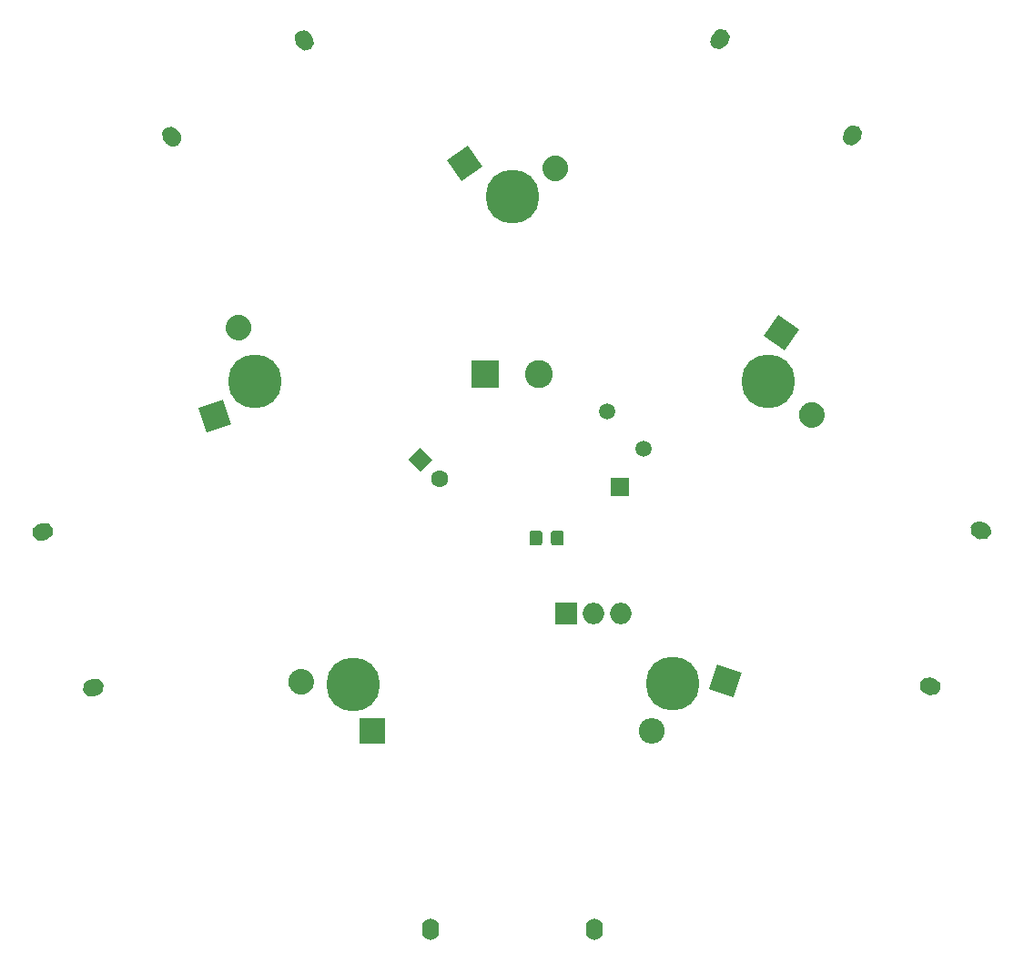
<source format=gbr>
%TF.GenerationSoftware,KiCad,Pcbnew,(5.1.8)-1*%
%TF.CreationDate,2021-10-28T00:16:18+03:00*%
%TF.ProjectId,StarDuino,53746172-4475-4696-9e6f-2e6b69636164,rev?*%
%TF.SameCoordinates,Original*%
%TF.FileFunction,Soldermask,Bot*%
%TF.FilePolarity,Negative*%
%FSLAX46Y46*%
G04 Gerber Fmt 4.6, Leading zero omitted, Abs format (unit mm)*
G04 Created by KiCad (PCBNEW (5.1.8)-1) date 2021-10-28 00:16:18*
%MOMM*%
%LPD*%
G01*
G04 APERTURE LIST*
%ADD10O,2.400000X2.400000*%
%ADD11R,2.400000X2.400000*%
%ADD12C,0.100000*%
%ADD13R,1.700000X1.700000*%
%ADD14C,0.800000*%
%ADD15C,5.000000*%
%ADD16O,2.000000X2.000000*%
%ADD17R,2.000000X2.000000*%
%ADD18C,1.600000*%
%ADD19R,2.600000X2.600000*%
%ADD20C,2.600000*%
%ADD21C,1.500000*%
%ADD22O,1.600000X2.000000*%
G04 APERTURE END LIST*
%TO.C,R5*%
G36*
G01*
X108350000Y-97922501D02*
X108350000Y-97022499D01*
G75*
G02*
X108599999Y-96772500I249999J0D01*
G01*
X109300001Y-96772500D01*
G75*
G02*
X109550000Y-97022499I0J-249999D01*
G01*
X109550000Y-97922501D01*
G75*
G02*
X109300001Y-98172500I-249999J0D01*
G01*
X108599999Y-98172500D01*
G75*
G02*
X108350000Y-97922501I0J249999D01*
G01*
G37*
G36*
G01*
X106350000Y-97922501D02*
X106350000Y-97022499D01*
G75*
G02*
X106599999Y-96772500I249999J0D01*
G01*
X107300001Y-96772500D01*
G75*
G02*
X107550000Y-97022499I0J-249999D01*
G01*
X107550000Y-97922501D01*
G75*
G02*
X107300001Y-98172500I-249999J0D01*
G01*
X106599999Y-98172500D01*
G75*
G02*
X106350000Y-97922501I0J249999D01*
G01*
G37*
%TD*%
D10*
%TO.C,C10*%
X117694000Y-115443000D03*
D11*
X91694000Y-115443000D03*
%TD*%
%TO.C,C9*%
G36*
G01*
X84752622Y-109692201D02*
X84752622Y-109692201D01*
G75*
G02*
X86264710Y-110462649I370820J-1141268D01*
G01*
X86264710Y-110462649D01*
G75*
G02*
X85494262Y-111974737I-1141268J-370820D01*
G01*
X85494262Y-111974737D01*
G75*
G02*
X83982174Y-111204289I-370820J1141268D01*
G01*
X83982174Y-111204289D01*
G75*
G02*
X84752622Y-109692201I1141268J370820D01*
G01*
G37*
D12*
G36*
X75576912Y-85335553D02*
G01*
X77859447Y-84593912D01*
X78601088Y-86876447D01*
X76318553Y-87618088D01*
X75576912Y-85335553D01*
G37*
%TD*%
%TO.C,C8*%
G36*
G01*
X109730378Y-63781925D02*
X109730378Y-63781925D01*
G75*
G02*
X108054216Y-64047403I-970820J705342D01*
G01*
X108054216Y-64047403D01*
G75*
G02*
X107788738Y-62371241I705342J970820D01*
G01*
X107788738Y-62371241D01*
G75*
G02*
X109464900Y-62105763I970820J-705342D01*
G01*
X109464900Y-62105763D01*
G75*
G02*
X109730378Y-63781925I-705342J-970820D01*
G01*
G37*
G36*
X131470163Y-78093522D02*
G01*
X130059478Y-80035163D01*
X128117837Y-78624478D01*
X129528522Y-76682837D01*
X131470163Y-78093522D01*
G37*
%TD*%
%TO.C,C7*%
G36*
G01*
X132250622Y-87157799D02*
X132250622Y-87157799D01*
G75*
G02*
X131480174Y-85645711I370820J1141268D01*
G01*
X131480174Y-85645711D01*
G75*
G02*
X132992262Y-84875263I1141268J-370820D01*
G01*
X132992262Y-84875263D01*
G75*
G02*
X133762710Y-86387351I-370820J-1141268D01*
G01*
X133762710Y-86387351D01*
G75*
G02*
X132250622Y-87157799I-1141268J370820D01*
G01*
G37*
G36*
X125357447Y-112256088D02*
G01*
X123074912Y-111514447D01*
X123816553Y-109231912D01*
X126099088Y-109973553D01*
X125357447Y-112256088D01*
G37*
%TD*%
D13*
%TO.C,J3*%
X114744500Y-92710000D03*
%TD*%
%TO.C,C6*%
G36*
G01*
X80266378Y-77188075D02*
X80266378Y-77188075D01*
G75*
G02*
X80000900Y-78864237I-970820J-705342D01*
G01*
X80000900Y-78864237D01*
G75*
G02*
X78324738Y-78598759I-705342J970820D01*
G01*
X78324738Y-78598759D01*
G75*
G02*
X78590216Y-76922597I970820J705342D01*
G01*
X78590216Y-76922597D01*
G75*
G02*
X80266378Y-77188075I705342J-970820D01*
G01*
G37*
D12*
G36*
X100595478Y-60934837D02*
G01*
X102006163Y-62876478D01*
X100064522Y-64287163D01*
X98653837Y-62345522D01*
X100595478Y-60934837D01*
G37*
%TD*%
D14*
%TO.C,H10*%
X82097825Y-81541675D03*
X80772000Y-80992500D03*
X79446175Y-81541675D03*
X78897000Y-82867500D03*
X79446175Y-84193325D03*
X80772000Y-84742500D03*
X82097825Y-84193325D03*
X82647000Y-82867500D03*
D15*
X80772000Y-82867500D03*
%TD*%
D14*
%TO.C,H9*%
X106075770Y-64396675D03*
X104749945Y-63847500D03*
X103424120Y-64396675D03*
X102874945Y-65722500D03*
X103424120Y-67048325D03*
X104749945Y-67597500D03*
X106075770Y-67048325D03*
X106624945Y-65722500D03*
D15*
X104749945Y-65722500D03*
%TD*%
D14*
%TO.C,H8*%
X91241825Y-109799175D03*
X89916000Y-109250000D03*
X88590175Y-109799175D03*
X88041000Y-111125000D03*
X88590175Y-112450825D03*
X89916000Y-113000000D03*
X91241825Y-112450825D03*
X91791000Y-111125000D03*
D15*
X89916000Y-111125000D03*
%TD*%
D14*
%TO.C,H7*%
X120959825Y-109672175D03*
X119634000Y-109123000D03*
X118308175Y-109672175D03*
X117759000Y-110998000D03*
X118308175Y-112323825D03*
X119634000Y-112873000D03*
X120959825Y-112323825D03*
X121509000Y-110998000D03*
D15*
X119634000Y-110998000D03*
%TD*%
D14*
%TO.C,H6*%
X129849825Y-81605175D03*
X128524000Y-81056000D03*
X127198175Y-81605175D03*
X126649000Y-82931000D03*
X127198175Y-84256825D03*
X128524000Y-84806000D03*
X129849825Y-84256825D03*
X130399000Y-82931000D03*
D15*
X128524000Y-82931000D03*
%TD*%
D16*
%TO.C,J2*%
X114807999Y-104521000D03*
X112268000Y-104521000D03*
D17*
X109728000Y-104521000D03*
%TD*%
D12*
%TO.C,C3*%
G36*
X95071129Y-90170000D02*
G01*
X96202500Y-89038629D01*
X97333871Y-90170000D01*
X96202500Y-91301371D01*
X95071129Y-90170000D01*
G37*
D18*
X97970267Y-91937767D03*
%TD*%
D19*
%TO.C,J1*%
X102235000Y-82232500D03*
D20*
X107235000Y-82232500D03*
%TD*%
D21*
%TO.C,Y1*%
X113538000Y-85725000D03*
X116988681Y-89175681D03*
%TD*%
%TO.C,C11*%
G36*
G01*
X60639156Y-96185857D02*
X61019578Y-96062251D01*
G75*
G02*
X62027637Y-96575882I247214J-760845D01*
G01*
X62027637Y-96575882D01*
G75*
G02*
X61514006Y-97583941I-760845J-247214D01*
G01*
X61133584Y-97707547D01*
G75*
G02*
X60125525Y-97193916I-247214J760845D01*
G01*
X60125525Y-97193916D01*
G75*
G02*
X60639156Y-96185857I760845J247214D01*
G01*
G37*
G36*
G01*
X65348575Y-110679958D02*
X65728997Y-110556352D01*
G75*
G02*
X66737056Y-111069983I247214J-760845D01*
G01*
X66737056Y-111069983D01*
G75*
G02*
X66223425Y-112078042I-760845J-247214D01*
G01*
X65843003Y-112201648D01*
G75*
G02*
X64834944Y-111688017I-247214J760845D01*
G01*
X64834944Y-111688017D01*
G75*
G02*
X65348575Y-110679958I760845J247214D01*
G01*
G37*
%TD*%
%TO.C,C12*%
G36*
G01*
X124833352Y-51362425D02*
X124598238Y-51686031D01*
G75*
G02*
X123480796Y-51863017I-647214J470228D01*
G01*
X123480796Y-51863017D01*
G75*
G02*
X123303810Y-50745575I470228J647214D01*
G01*
X123538924Y-50421969D01*
G75*
G02*
X124656366Y-50244983I647214J-470228D01*
G01*
X124656366Y-50244983D01*
G75*
G02*
X124833352Y-51362425I-470228J-647214D01*
G01*
G37*
G36*
G01*
X137162771Y-60320272D02*
X136927657Y-60643878D01*
G75*
G02*
X135810215Y-60820864I-647214J470228D01*
G01*
X135810215Y-60820864D01*
G75*
G02*
X135633229Y-59703422I470228J647214D01*
G01*
X135868343Y-59379816D01*
G75*
G02*
X136985785Y-59202830I647214J-470228D01*
G01*
X136985785Y-59202830D01*
G75*
G02*
X137162771Y-60320272I-470228J-647214D01*
G01*
G37*
%TD*%
%TO.C,C13*%
G36*
G01*
X85937157Y-50548969D02*
X86172271Y-50872575D01*
G75*
G02*
X85995285Y-51990017I-647214J-470228D01*
G01*
X85995285Y-51990017D01*
G75*
G02*
X84877843Y-51813031I-470228J647214D01*
G01*
X84642729Y-51489425D01*
G75*
G02*
X84819715Y-50371983I647214J470228D01*
G01*
X84819715Y-50371983D01*
G75*
G02*
X85937157Y-50548969I470228J-647214D01*
G01*
G37*
G36*
G01*
X73607738Y-59506816D02*
X73842852Y-59830422D01*
G75*
G02*
X73665866Y-60947864I-647214J-470228D01*
G01*
X73665866Y-60947864D01*
G75*
G02*
X72548424Y-60770878I-470228J647214D01*
G01*
X72313310Y-60447272D01*
G75*
G02*
X72490296Y-59329830I647214J470228D01*
G01*
X72490296Y-59329830D01*
G75*
G02*
X73607738Y-59506816I470228J-647214D01*
G01*
G37*
%TD*%
D22*
%TO.C,C14*%
X112395000Y-133858000D03*
X97155000Y-133858000D03*
%TD*%
%TO.C,C15*%
G36*
G01*
X143579997Y-112074648D02*
X143199575Y-111951042D01*
G75*
G02*
X142685944Y-110942983I247214J760845D01*
G01*
X142685944Y-110942983D01*
G75*
G02*
X143694003Y-110429352I760845J-247214D01*
G01*
X144074425Y-110552958D01*
G75*
G02*
X144588056Y-111561017I-247214J-760845D01*
G01*
X144588056Y-111561017D01*
G75*
G02*
X143579997Y-112074648I-760845J247214D01*
G01*
G37*
G36*
G01*
X148289416Y-97580547D02*
X147908994Y-97456941D01*
G75*
G02*
X147395363Y-96448882I247214J760845D01*
G01*
X147395363Y-96448882D01*
G75*
G02*
X148403422Y-95935251I760845J-247214D01*
G01*
X148783844Y-96058857D01*
G75*
G02*
X149297475Y-97066916I-247214J-760845D01*
G01*
X149297475Y-97066916D01*
G75*
G02*
X148289416Y-97580547I-760845J247214D01*
G01*
G37*
%TD*%
M02*

</source>
